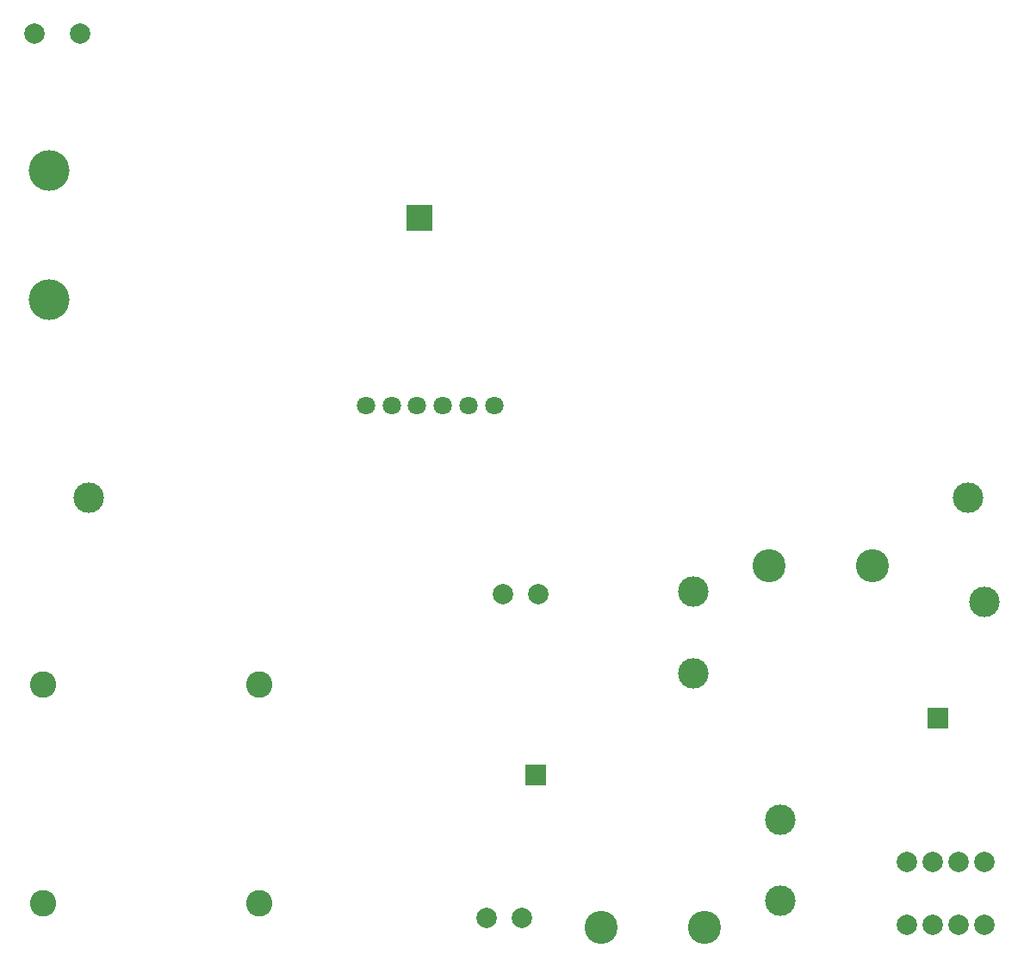
<source format=gbs>
G04 (created by PCBNEW (2013-08-24 BZR 4298)-stable) date Sat 09 Aug 2014 02:40:24 PM PDT*
%MOIN*%
G04 Gerber Fmt 3.4, Leading zero omitted, Abs format*
%FSLAX34Y34*%
G01*
G70*
G90*
G04 APERTURE LIST*
%ADD10C,0.005906*%
%ADD11C,0.127953*%
%ADD12C,0.102362*%
%ADD13C,0.078740*%
%ADD14C,0.118110*%
%ADD15C,0.078700*%
%ADD16C,0.157480*%
%ADD17R,0.098400X0.098400*%
%ADD18C,0.070866*%
%ADD19R,0.082677X0.082677*%
G04 APERTURE END LIST*
G54D10*
G54D11*
X63541Y-48671D03*
X67541Y-48671D03*
G54D12*
X43809Y-61742D03*
X43809Y-53277D03*
G54D13*
X54616Y-49773D03*
X53238Y-49773D03*
X52598Y-62322D03*
X53976Y-62322D03*
G54D14*
X60620Y-52844D03*
X60620Y-49694D03*
G54D11*
X61045Y-62687D03*
X57045Y-62687D03*
G54D15*
X36890Y-28070D03*
X35118Y-28070D03*
G54D16*
X35681Y-38389D03*
X35681Y-33389D03*
G54D14*
X71259Y-46062D03*
X37204Y-46062D03*
G54D17*
X50003Y-35208D03*
G54D18*
X51925Y-42480D03*
X52925Y-42480D03*
X47933Y-42480D03*
X48933Y-42480D03*
X50929Y-42480D03*
X49929Y-42480D03*
G54D12*
X35442Y-53277D03*
X35442Y-61742D03*
G54D14*
X63966Y-58513D03*
X63966Y-61663D03*
G54D13*
X71874Y-60153D03*
X70874Y-60153D03*
X70874Y-62578D03*
X71874Y-62578D03*
X69874Y-62578D03*
X68874Y-62578D03*
X68874Y-60153D03*
X69874Y-60153D03*
G54D14*
X71889Y-50098D03*
G54D19*
X54517Y-56781D03*
X70068Y-54576D03*
M02*

</source>
